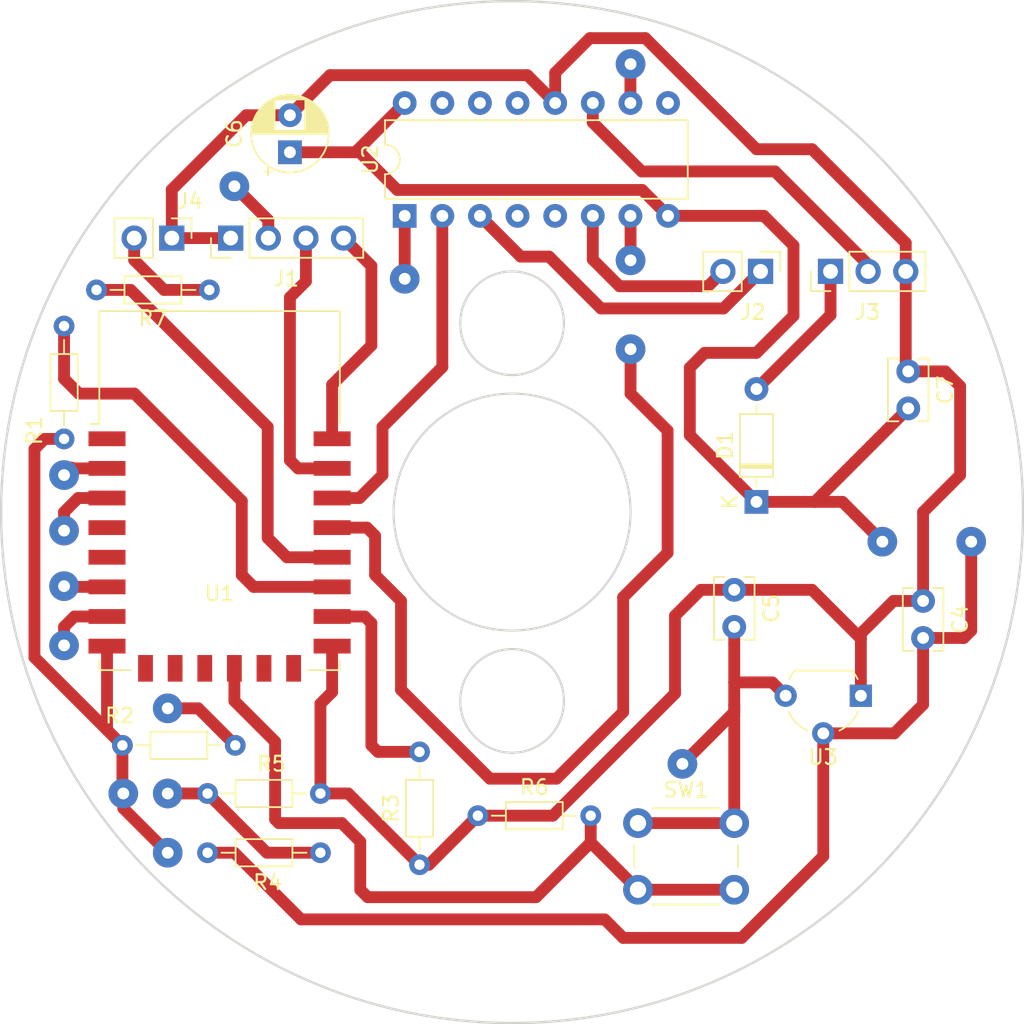
<source format=kicad_pcb>
(kicad_pcb (version 20211014) (generator pcbnew)
  (title_block (title "Automatisation lampe IKEA") (date "2021-12-26") (rev "1.1.3") (company "Maxime MAUCOURANT"))
  (layers (0 "F.Cu" signal) (31 "B.Cu" signal) (34 "B.Paste" user) (35 "F.Paste" user) (36 "B.SilkS" user "B.Silkscreen") (37 "F.SilkS" user "F.Silkscreen") (38 "B.Mask" user) (39 "F.Mask" user) (44 "Edge.Cuts" user))
  (net 0 "")
  (net 1 "GND")
  (net 2 "+5V")
  (net 3 "+3V3")
  (net 4 "Net-(J4-Pad2)")
  (net 5 "Net-(J1-Pad3)")
  (net 6 "Net-(R2-Pad1)")
  (net 7 "Net-(R3-Pad2)")
  (net 8 "Net-(U1-Pad6)")
  (net 9 "Net-(J2-Pad2)")
  (net 10 "Net-(J2-Pad1)")
  (net 11 "Net-(U1-Pad7)")
  (net 15 "Net-(D1-Pad2)")
  (net 17 "Net-(U1-Pad19)")
  (net 18 "Net-(U1-Pad20)")
  (net 19 "Net-(J3-Pad2)")
  (net 23 "Net-(R1-Pad1)")
  (net 30 "Net-(R4-Pad1)")
  (net 31 "Net-(U1-Pad12)")
  (net 32 "Net-(R7-Pad2)")
  (net 33 "unconnected-(U1-Pad1)")
  (net 34 "Net-(J1-Pad4)")
  (footprint "Connector_PinHeader_2.54mm:PinHeader_1x03_P2.54mm_Vertical" (layer "F.Cu") (at 171.5 82.25 90)
    (fp_text reference "J3" (at -2.75 2.5) (layer "F.SilkS"))
    (fp_text value "Conn_Power&Relay")
    (fp_line (start -1.33 -1.33) (end 0 -1.33) (layer "F.SilkS") (width 0.12))
    (fp_line (start -1.33 0) (end -1.33 -1.33) (layer "F.SilkS") (width 0.12))
    (fp_line (start -1.33 1.27) (end -1.33 6.41) (layer "F.SilkS") (width 0.12))
    (fp_line (start -1.33 1.27) (end 1.33 1.27) (layer "F.SilkS") (width 0.12))
    (fp_line (start -1.33 6.41) (end 1.33 6.41) (layer "F.SilkS") (width 0.12))
    (fp_line (start 1.33 1.27) (end 1.33 6.41) (layer "F.SilkS") (width 0.12))
    (pad "1" thru_hole rect locked (at 0 0 90) (size 1.7 1.7) (drill 1) (layers *.Cu *.Mask) (net 15 "Net-(D1-Pad2)"))
    (pad "2" thru_hole oval locked (at 0 2.54 90) (size 1.7 1.7) (drill 1) (layers *.Cu *.Mask) (net 19 "Net-(J3-Pad2)"))
    (pad "3" thru_hole oval locked (at 0 5.08 90) (size 1.7 1.7) (drill 1) (layers *.Cu *.Mask) (net 1 "GND"))
  )
  (footprint "Capacitor_THT:C_Rect_L4.0mm_W2.5mm_P2.50mm" (layer "F.Cu") (at 177.75 104.5 -90)
    (fp_text reference "C4" (at 1.25 -2.5 90) (layer "F.SilkS"))
    (fp_text value "1uF")
    (fp_line (start -0.87 -1.37) (end 3.37 -1.37) (layer "F.SilkS") (width 0.12))
    (fp_line (start -0.87 1.37) (end 3.37 1.37) (layer "F.SilkS") (width 0.12))
    (fp_line (start -0.87 0.665) (end -0.87 1.37) (layer "F.SilkS") (width 0.12))
    (fp_line (start 3.37 0.665) (end 3.37 1.37) (layer "F.SilkS") (width 0.12))
    (fp_line (start -0.87 -1.37) (end -0.87 -0.665) (layer "F.SilkS") (width 0.12))
    (fp_line (start 3.37 -1.37) (end 3.37 -0.665) (layer "F.SilkS") (width 0.12))
    (pad "1" thru_hole circle locked (at 0 0 270) (size 1.6 1.6) (drill 0.8) (layers *.Cu *.Mask) (net 1 "GND"))
    (pad "2" thru_hole circle locked (at 2.5 0 270) (size 1.6 1.6) (drill 0.8) (layers *.Cu *.Mask) (net 2 "+5V"))
  )
  (footprint "Capacitor_THT:C_Rect_L4.0mm_W2.5mm_P2.50mm" (layer "F.Cu") (at 165 103.75 -90)
    (fp_text reference "C5" (at 1.25 -2.5 90) (layer "F.SilkS"))
    (fp_text value "1uF")
    (fp_line (start 3.37 -1.37) (end 3.37 -0.665) (layer "F.SilkS") (width 0.12))
    (fp_line (start -0.87 1.37) (end 3.37 1.37) (layer "F.SilkS") (width 0.12))
    (fp_line (start -0.87 0.665) (end -0.87 1.37) (layer "F.SilkS") (width 0.12))
    (fp_line (start -0.87 -1.37) (end -0.87 -0.665) (layer "F.SilkS") (width 0.12))
    (fp_line (start -0.87 -1.37) (end 3.37 -1.37) (layer "F.SilkS") (width 0.12))
    (fp_line (start 3.37 0.665) (end 3.37 1.37) (layer "F.SilkS") (width 0.12))
    (pad "1" thru_hole circle locked (at 0 0 270) (size 1.6 1.6) (drill 0.8) (layers *.Cu *.Mask) (net 1 "GND"))
    (pad "2" thru_hole circle locked (at 2.5 0 270) (size 1.6 1.6) (drill 0.8) (layers *.Cu *.Mask) (net 3 "+3V3"))
  )
  (footprint "Connector_PinHeader_2.54mm:PinHeader_1x02_P2.54mm_Vertical" (layer "F.Cu") (at 166.775 82.25 -90)
    (fp_text reference "J2" (at 2.75 0.525) (layer "F.SilkS"))
    (fp_text value "Conn_Motor")
    (fp_line (start -1.33 1.27) (end -1.33 3.87) (layer "F.SilkS") (width 0.12))
    (fp_line (start -1.33 3.87) (end 1.33 3.87) (layer "F.SilkS") (width 0.12))
    (fp_line (start -1.33 0) (end -1.33 -1.33) (layer "F.SilkS") (width 0.12))
    (fp_line (start 1.33 1.27) (end 1.33 3.87) (layer "F.SilkS") (width 0.12))
    (fp_line (start -1.33 1.27) (end 1.33 1.27) (layer "F.SilkS") (width 0.12))
    (fp_line (start -1.33 -1.33) (end 0 -1.33) (layer "F.SilkS") (width 0.12))
    (pad "1" thru_hole rect locked (at 0 0 270) (size 1.7 1.7) (drill 1) (layers *.Cu *.Mask) (net 10 "Net-(J2-Pad1)"))
    (pad "2" thru_hole oval locked (at 0 2.54 270) (size 1.7 1.7) (drill 1) (layers *.Cu *.Mask) (net 9 "Net-(J2-Pad2)"))
  )
  (footprint "Package_DIP:DIP-16_W7.62mm" (layer "F.Cu") (at 142.75 78.5 90)
    (fp_text reference "U2" (at 3.81 -2.33 90) (layer "F.SilkS"))
    (fp_text value "L293D")
    (fp_line (start 6.46 19.11) (end 6.46 -1.33) (layer "F.SilkS") (width 0.12))
    (fp_line (start 1.16 19.11) (end 6.46 19.11) (layer "F.SilkS") (width 0.12))
    (fp_line (start 1.16 -1.33) (end 1.16 19.11) (layer "F.SilkS") (width 0.12))
    (fp_line (start 6.46 -1.33) (end 4.81 -1.33) (layer "F.SilkS") (width 0.12))
    (fp_line (start 2.81 -1.33) (end 1.16 -1.33) (layer "F.SilkS") (width 0.12))
    (fp_arc (start 4.81 -1.33) (mid 3.81 -0.33) (end 2.81 -1.33) (layer "F.SilkS") (width 0.12))
    (pad "1" thru_hole rect locked (at 0 0 90) (size 1.6 1.6) (drill 0.8) (layers *.Cu *.Mask) (net 8 "Net-(U1-Pad6)"))
    (pad "2" thru_hole oval locked (at 0 2.54 90) (size 1.6 1.6) (drill 0.8) (layers *.Cu *.Mask) (net 18 "Net-(U1-Pad20)"))
    (pad "3" thru_hole oval locked (at 0 5.08 90) (size 1.6 1.6) (drill 0.8) (layers *.Cu *.Mask) (net 10 "Net-(J2-Pad1)"))
    (pad "4" thru_hole oval locked (at 0 7.62 90) (size 1.6 1.6) (drill 0.8) (layers *.Cu *.Mask))
    (pad "5" thru_hole oval locked (at 0 10.16 90) (size 1.6 1.6) (drill 0.8) (layers *.Cu *.Mask))
    (pad "6" thru_hole oval locked (at 0 12.7 90) (size 1.6 1.6) (drill 0.8) (layers *.Cu *.Mask) (net 9 "Net-(J2-Pad2)"))
    (pad "7" thru_hole oval locked (at 0 15.24 90) (size 1.6 1.6) (drill 0.8) (layers *.Cu *.Mask) (net 17 "Net-(U1-Pad19)"))
    (pad "8" thru_hole oval locked (at 0 17.78 90) (size 1.6 1.6) (drill 0.8) (layers *.Cu *.Mask) (net 2 "+5V"))
    (pad "9" thru_hole oval locked (at 7.62 17.78 90) (size 1.6 1.6) (drill 0.8) (layers *.Cu *.Mask))
    (pad "10" thru_hole oval locked (at 7.62 15.24 90) (size 1.6 1.6) (drill 0.8) (layers *.Cu *.Mask) (net 11 "Net-(U1-Pad7)"))
    (pad "11" thru_hole oval locked (at 7.62 12.7 90) (size 1.6 1.6) (drill 0.8) (layers *.Cu *.Mask) (net 19 "Net-(J3-Pad2)"))
    (pad "12" thru_hole oval locked (at 7.62 10.16 90) (size 1.6 1.6) (drill 0.8) (layers *.Cu *.Mask) (net 1 "GND"))
    (pad "13" thru_hole oval locked (at 7.62 7.62 90) (size 1.6 1.6) (drill 0.8) (layers *.Cu *.Mask))
    (pad "14" thru_hole oval locked (at 7.62 5.08 90) (size 1.6 1.6) (drill 0.8) (layers *.Cu *.Mask))
    (pad "15" thru_hole oval locked (at 7.62 2.54 90) (size 1.6 1.6) (drill 0.8) (layers *.Cu *.Mask))
    (pad "16" thru_hole oval locked (at 7.62 0 90) (size 1.6 1.6) (drill 0.8) (layers *.Cu *.Mask) (net 2 "+5V"))
  )
  (footprint "Package_TO_SOT_THT:TO-92L_Wide" (layer "F.Cu") (at 173.55 110.9 180)
    (fp_text reference "U3" (at 2.55 -4.15) (layer "F.SilkS"))
    (fp_text value "MCP1700")
    (fp_line (start 0.6 1.7) (end 4.45 1.7) (layer "F.SilkS") (width 0.12))
    (fp_arc (start 3.6 -2.35) (mid 4.351408 -1.834367) (end 4.876463 -1.089513) (layer "F.SilkS") (width 0.12))
    (fp_arc (start 0.6 1.7) (mid 0.389183 1.423933) (end 0.217369 1.122045) (layer "F.SilkS") (width 0.12))
    (fp_arc (start 0.192226 -1.094786) (mid 0.710119 -1.833613) (end 1.45 -2.35) (layer "F.SilkS") (width 0.12))
    (fp_arc (start 4.842383 1.112264) (mid 4.666594 1.419753) (end 4.45 1.7) (layer "F.SilkS") (width 0.12))
    (pad "1" thru_hole rect locked (at 0 0 180) (size 1.5 1.5) (drill 0.8) (layers *.Cu *.Mask) (net 1 "GND"))
    (pad "2" thru_hole circle locked (at 2.54 -2.54 180) (size 1.5 1.5) (drill 0.8) (layers *.Cu *.Mask) (net 2 "+5V"))
    (pad "3" thru_hole circle locked (at 5.08 0 180) (size 1.5 1.5) (drill 0.8) (layers *.Cu *.Mask) (net 3 "+3V3"))
  )
  (footprint "Diode_THT:D_DO-35_SOD27_P7.62mm_Horizontal" (layer "F.Cu") (at 166.5 97.81 90)
    (fp_text reference "D1" (at 3.81 -2.12 90) (layer "F.SilkS"))
    (fp_text value "1N4001")
    (fp_text user "K" (at 0 -1.8 90) (layer "F.SilkS"))
    (fp_line (start 5.93 -1.12) (end 1.69 -1.12) (layer "F.SilkS") (width 0.12))
    (fp_line (start 1.69 1.12) (end 5.93 1.12) (layer "F.SilkS") (width 0.12))
    (fp_line (start 5.93 1.12) (end 5.93 -1.12) (layer "F.SilkS") (width 0.12))
    (fp_line (start 2.29 -1.12) (end 2.29 1.12) (layer "F.SilkS") (width 0.12))
    (fp_line (start 6.58 0) (end 5.93 0) (layer "F.SilkS") (width 0.12))
    (fp_line (start 2.41 -1.12) (end 2.41 1.12) (layer "F.SilkS") (width 0.12))
    (fp_line (start 2.53 -1.12) (end 2.53 1.12) (layer "F.SilkS") (width 0.12))
    (fp_line (start 1.69 -1.12) (end 1.69 1.12) (layer "F.SilkS") (width 0.12))
    (fp_line (start 1.04 0) (end 1.69 0) (layer "F.SilkS") (width 0.12))
    (pad "1" thru_hole rect locked (at 0 0 90) (size 1.6 1.6) (drill 0.8) (layers *.Cu *.Mask) (net 2 "+5V"))
    (pad "2" thru_hole oval locked (at 7.62 0 90) (size 1.6 1.6) (drill 0.8) (layers *.Cu *.Mask) (net 15 "Net-(D1-Pad2)"))
  )
  (footprint "Button_Switch_THT:SW_PUSH_6mm_H4.3mm" (layer "F.Cu") (at 158.5 119.5)
    (fp_text reference "SW1" (at 3.25 -2.25) (layer "F.SilkS"))
    (fp_text value "SW_Reset")
    (fp_line (start 6.75 3) (end 6.75 1.5) (layer "F.SilkS") (width 0.12))
    (fp_line (start 1 5.5) (end 5.5 5.5) (layer "F.SilkS") (width 0.12))
    (fp_line (start 5.5 -1) (end 1 -1) (layer "F.SilkS") (width 0.12))
    (fp_line (start -0.25 1.5) (end -0.25 3) (layer "F.SilkS") (width 0.12))
    (pad "1" thru_hole circle locked (at 0 0 90) (size 2 2) (drill 1.1) (layers *.Cu *.Mask) (net 3 "+3V3"))
    (pad "1" thru_hole circle locked (at 6.5 0 90) (size 2 2) (drill 1.1) (layers *.Cu *.Mask) (net 3 "+3V3"))
    (pad "2" thru_hole circle locked (at 6.5 4.5 90) (size 2 2) (drill 1.1) (layers *.Cu *.Mask) (net 31 "Net-(U1-Pad12)"))
    (pad "2" thru_hole circle locked (at 0 4.5 90) (size 2 2) (drill 1.1) (layers *.Cu *.Mask) (net 31 "Net-(U1-Pad12)"))
  )
  (footprint "Connector_PinHeader_2.54mm:PinHeader_1x04_P2.54mm_Vertical" (layer "F.Cu") (at 131 80 90)
    (fp_text reference "J1" (at -2.75 3.75) (layer "F.SilkS"))
    (fp_text value "Conn_Prog")
    (fp_line (start -1.33 0) (end -1.33 -1.33) (layer "F.SilkS") (width 0.12))
    (fp_line (start -1.33 -1.33) (end 0 -1.33) (layer "F.SilkS") (width 0.12))
    (fp_line (start -1.33 1.27) (end 1.33 1.27) (layer "F.SilkS") (width 0.12))
    (fp_line (start -1.33 1.27) (end -1.33 8.95) (layer "F.SilkS") (width 0.12))
    (fp_line (start -1.33 8.95) (end 1.33 8.95) (layer "F.SilkS") (width 0.12))
    (fp_line (start 1.33 1.27) (end 1.33 8.95) (layer "F.SilkS") (width 0.12))
    (pad "1" thru_hole rect locked (at 0 0 90) (size 1.7 1.7) (drill 1) (layers *.Cu *.Mask) (net 1 "GND"))
    (pad "2" thru_hole oval locked (at 0 2.54 90) (size 1.7 1.7) (drill 1) (layers *.Cu *.Mask) (net 3 "+3V3"))
    (pad "3" thru_hole oval locked (at 0 5.08 90) (size 1.7 1.7) (drill 1) (layers *.Cu *.Mask) (net 5 "Net-(J1-Pad3)"))
    (pad "4" thru_hole oval locked (at 0 7.62 90) (size 1.7 1.7) (drill 1) (layers *.Cu *.Mask) (net 34 "Net-(J1-Pad4)"))
  )
  (footprint "Resistor_THT:R_Axial_DIN0204_L3.6mm_D1.6mm_P7.62mm_Horizontal" (layer "F.Cu") (at 129.56 83.5 180)
    (fp_text reference "R7" (at 3.81 -1.92) (layer "F.SilkS"))
    (fp_text value "10K")
    (fp_line (start 5.73 0.92) (end 5.73 -0.92) (layer "F.SilkS") (width 0.12))
    (fp_line (start 1.89 -0.92) (end 1.89 0.92) (layer "F.SilkS") (width 0.12))
    (fp_line (start 6.68 0) (end 5.73 0) (layer "F.SilkS") (width 0.12))
    (fp_line (start 1.89 0.92) (end 5.73 0.92) (layer "F.SilkS") (width 0.12))
    (fp_line (start 0.94 0) (end 1.89 0) (layer "F.SilkS") (width 0.12))
    (fp_line (start 5.73 -0.92) (end 1.89 -0.92) (layer "F.SilkS") (width 0.12))
    (pad "1" thru_hole circle locked (at 0 0 180) (size 1.4 1.4) (drill 0.7) (layers *.Cu *.Mask) (net 4 "Net-(J4-Pad2)"))
    (pad "2" thru_hole oval locked (at 7.62 0 180) (size 1.4 1.4) (drill 0.7) (layers *.Cu *.Mask) (net 32 "Net-(R7-Pad2)"))
  )
  (footprint "Resistor_THT:R_Axial_DIN0204_L3.6mm_D1.6mm_P7.62mm_Horizontal" (layer "F.Cu") (at 131.31 114.25 180)
    (fp_text reference "R2" (at 7.81 2) (layer "F.SilkS"))
    (fp_text value "10K")
    (fp_line (start 5.73 -0.92) (end 1.89 -0.92) (layer "F.SilkS") (width 0.12))
    (fp_line (start 5.73 0.92) (end 5.73 -0.92) (layer "F.SilkS") (width 0.12))
    (fp_line (start 1.89 0.92) (end 5.73 0.92) (layer "F.SilkS") (width 0.12))
    (fp_line (start 0.94 0) (end 1.89 0) (layer "F.SilkS") (width 0.12))
    (fp_line (start 1.89 -0.92) (end 1.89 0.92) (layer "F.SilkS") (width 0.12))
    (fp_line (start 6.68 0) (end 5.73 0) (layer "F.SilkS") (width 0.12))
    (pad "1" thru_hole circle locked (at 0 0 180) (size 1.4 1.4) (drill 0.7) (layers *.Cu *.Mask) (net 6 "Net-(R2-Pad1)"))
    (pad "2" thru_hole oval locked (at 7.62 0 180) (size 1.4 1.4) (drill 0.7) (layers *.Cu *.Mask) (net 3 "+3V3"))
  )
  (footprint "Capacitor_THT:CP_Radial_D5.0mm_P2.50mm" (layer "F.Cu") (at 135 74.205113 90)
    (fp_text reference "C6" (at 1.25 -3.75 90) (layer "F.SilkS"))
    (fp_text value "47uF")
    (fp_line (start 2.691 -2.149) (end 2.691 -1.04) (layer "F.SilkS") (width 0.12))
    (fp_line (start 1.49 1.04) (end 1.49 2.569) (layer "F.SilkS") (width 0.12))
    (fp_line (start 1.53 1.04) (end 1.53 2.565) (layer "F.SilkS") (width 0.12))
    (fp_line (start 1.57 -2.561) (end 1.57 -1.04) (layer "F.SilkS") (width 0.12))
    (fp_line (start 1.49 -2.569) (end 1.49 -1.04) (layer "F.SilkS") (width 0.12))
    (fp_line (start 2.171 1.04) (end 2.171 2.414) (layer "F.SilkS") (width 0.12))
    (fp_line (start 3.411 -1.443) (end 3.411 -1.04) (layer "F.SilkS") (width 0.12))
    (fp_line (start 1.93 1.04) (end 1.93 2.491) (layer "F.SilkS") (width 0.12))
    (fp_line (start 2.971 -1.937) (end 2.971 -1.04) (layer "F.SilkS") (width 0.12))
    (fp_line (start 3.051 -1.864) (end 3.051 -1.04) (layer "F.SilkS") (width 0.12))
    (fp_line (start 2.651 -2.175) (end 2.651 -1.04) (layer "F.SilkS") (width 0.12))
    (fp_line (start 1.25 -2.58) (end 1.25 2.58) (layer "F.SilkS") (width 0.12))
    (fp_line (start 3.291 1.04) (end 3.291 1.605) (layer "F.SilkS") (width 0.12))
    (fp_line (start 2.451 1.04) (end 2.451 2.29) (layer "F.SilkS") (width 0.12))
    (fp_line (start 2.491 1.04) (end 2.491 2.268) (layer "F.SilkS") (width 0.12))
    (fp_line (start 3.731 -0.805) (end 3.731 0.805) (layer "F.SilkS") (width 0.12))
    (fp_line (start 3.171 -1.743) (end 3.171 -1.04) (layer "F.SilkS") (width 0.12))
    (fp_line (start 3.251 1.04) (end 3.251 1.653) (layer "F.SilkS") (width 0.12))
    (fp_line (start 2.771 -2.095) (end 2.771 -1.04) (layer "F.SilkS") (width 0.12))
    (fp_line (start 3.411 1.04) (end 3.411 1.443) (layer "F.SilkS") (width 0.12))
    (fp_line (start 3.691 -0.915) (end 3.691 0.915) (layer "F.SilkS") (width 0.12))
    (fp_line (start 2.411 1.04) (end 2.411 2.31) (layer "F.SilkS") (width 0.12))
    (fp_line (start 1.971 1.04) (end 1.971 2.48) (layer "F.SilkS") (width 0.12))
    (fp_line (start 1.69 -2.543) (end 1.69 -1.04) (layer "F.SilkS") (width 0.12))
    (fp_line (start 2.091 -2.442) (end 2.091 -1.04) (layer "F.SilkS") (width 0.12))
    (fp_line (start 2.931 1.04) (end 2.931 1.971) (layer "F.SilkS") (width 0.12))
    (fp_line (start 2.531 -2.247) (end 2.531 -1.04) (layer "F.SilkS") (width 0.12))
    (fp_line (start 2.691 1.04) (end 2.691 2.149) (layer "F.SilkS") (width 0.12))
    (fp_line (start 3.011 1.04) (end 3.011 1.901) (layer "F.SilkS") (width 0.12))
    (fp_line (start 1.73 -2.536) (end 1.73 -1.04) (layer "F.SilkS") (width 0.12))
    (fp_line (start 2.131 -2.428) (end 2.131 -1.04) (layer "F.SilkS") (width 0.12))
    (fp_line (start 2.571 1.04) (end 2.571 2.224) (layer "F.SilkS") (width 0.12))
    (fp_line (start 3.451 1.04) (end 3.451 1.383) (layer "F.SilkS") (width 0.12))
    (fp_line (start 2.811 1.04) (end 2.811 2.065) (layer "F.SilkS") (width 0.12))
    (fp_line (start 2.051 -2.455) (end 2.051 -1.04) (layer "F.SilkS") (width 0.12))
    (fp_line (start 2.251 -2.382) (end 2.251 -1.04) (layer "F.SilkS") (width 0.12))
    (fp_line (start 2.491 -2.268) (end 2.491 -1.04) (layer "F.SilkS") (width 0.12))
    (fp_line (start 2.011 -2.468) (end 2.011 -1.04) (layer "F.SilkS") (width 0.12))
    (fp_line (start 3.371 1.04) (end 3.371 1.5) (layer "F.SilkS") (width 0.12))
    (fp_line (start 2.051 1.04) (end 2.051 2.455) (layer "F.SilkS") (width 0.12))
    (fp_line (start 2.891 1.04) (end 2.891 2.004) (layer "F.SilkS") (width 0.12))
    (fp_line (start 2.531 1.04) (end 2.531 2.247) (layer "F.SilkS") (width 0.12))
    (fp_line (start 1.65 -2.55) (end 1.65 -1.04) (layer "F.SilkS") (width 0.12))
    (fp_line (start 1.61 -2.556) (end 1.61 -1.04) (layer "F.SilkS") (width 0.12))
    (fp_line (start 2.771 1.04) (end 2.771 2.095) (layer "F.SilkS") (width 0.12))
    (fp_line (start 1.29 -2.58) (end 1.29 2.58) (layer "F.SilkS") (width 0.12))
    (fp_line (start 3.131 1.04) (end 3.131 1.785) (layer "F.SilkS") (width 0.12))
    (fp_line (start 1.69 1.04) (end 1.69 2.543) (layer "F.SilkS") (width 0.12))
    (fp_line (start -1.304775 -1.725) (end -1.304775 -1.225) (layer "F.SilkS") (width 0.12))
    (fp_line (start 2.331 -2.348) (end 2.331 -1.04) (layer "F.SilkS") (width 0.12))
    (fp_line (start 1.89 1.04) (end 1.89 2.501) (layer "F.SilkS") (width 0.12))
    (fp_line (start 3.211 -1.699) (end 3.211 -1.04) (layer "F.SilkS") (width 0.12))
    (fp_line (start 2.851 -2.035) (end 2.851 -1.04) (layer "F.SilkS") (width 0.12))
    (fp_line (start 2.211 -2.398) (end 2.211 -1.04) (layer "F.SilkS") (width 0.12))
    (fp_line (start 2.571 -2.224) (end 2.571 -1.04) (layer "F.SilkS") (width 0.12))
    (fp_line (start 3.811 -0.518) (end 3.811 0.518) (layer "F.SilkS") (width 0.12))
    (fp_line (start 3.131 -1.785) (end 3.131 -1.04) (layer "F.SilkS") (width 0.12))
    (fp_line (start 2.971 1.04) (end 2.971 1.937) (layer "F.SilkS") (width 0.12))
    (fp_line (start 2.371 1.04) (end 2.371 2.329) (layer "F.SilkS") (width 0.12))
    (fp_line (start 3.611 -1.098) (end 3.611 1.098) (layer "F.SilkS") (width 0.12))
    (fp_line (start 1.85 1.04) (end 1.85 2.511) (layer "F.SilkS") (width 0.12))
    (fp_line (start 1.37 -2.578) (end 1.37 2.578) (layer "F.SilkS") (width 0.12))
    (fp_line (start 1.73 1.04) (end 1.73 2.536) (layer "F.SilkS") (width 0.12))
    (fp_line (start 1.89 -2.501) (end 1.89 -1.04) (layer "F.SilkS") (width 0.12))
    (fp_line (start 2.291 1.04) (end 2.291 2.365) (layer "F.SilkS") (width 0.12))
    (fp_line (start 3.331 -1.554) (end 3.331 -1.04) (layer "F.SilkS") (width 0.12))
    (fp_line (start 2.731 1.04) (end 2.731 2.122) (layer "F.SilkS") (width 0.12))
    (fp_line (start 3.771 -0.677) (end 3.771 0.677) (layer "F.SilkS") (width 0.12))
    (fp_line (start 2.931 -1.971) (end 2.931 -1.04) (layer "F.SilkS") (width 0.12))
    (fp_line (start 2.011 1.04) (end 2.011 2.468) (layer "F.SilkS") (width 0.12))
    (fp_line (start 3.571 -1.178) (end 3.571 1.178) (layer "F.SilkS") (width 0.12))
    (fp_line (start 2.091 1.04) (end 2.091 2.442) (layer "F.SilkS") (width 0.12))
    (fp_line (start 3.851 -0.284) (end 3.851 0.284) (layer "F.SilkS") (width 0.12))
    (fp_line (start 3.491 1.04) (end 3.491 1.319) (layer "F.SilkS") (width 0.12))
    (fp_line (start 2.731 -2.122) (end 2.731 -1.04) (layer "F.SilkS") (width 0.12))
    (fp_line (start 3.371 -1.5) (end 3.371 -1.04) (layer "F.SilkS") (width 0.12))
    (fp_line (start 3.091 1.04) (end 3.091 1.826) (layer "F.SilkS") (width 0.12))
    (fp_line (start 2.651 1.04) (end 2.651 2.175) (layer "F.SilkS") (width 0.12))
    (fp_line (start -1.554775 -1.475) (end -1.054775 -1.475) (layer "F.SilkS") (width 0.12))
    (fp_line (start 2.411 -2.31) (end 2.411 -1.04) (layer "F.SilkS") (width 0.12))
    (fp_line (start 1.81 -2.52) (end 1.81 -1.04) (layer "F.SilkS") (width 0.12))
    (fp_line (start 1.65 1.04) (end 1.65 2.55) (layer "F.SilkS") (width 0.12))
    (fp_line (start 3.091 -1.826) (end 3.091 -1.04) (layer "F.SilkS") (width 0.12))
    (fp_line (start 3.211 1.04) (end 3.211 1.699) (layer "F.SilkS") (width 0.12))
    (fp_line (start 2.451 -2.29) (end 2.451 -1.04) (layer "F.SilkS") (width 0.12))
    (fp_line (start 2.131 1.04) (end 2.131 2.428) (layer "F.SilkS") (width 0.12))
    (fp_line (start 1.77 -2.528) (end 1.77 -1.04) (layer "F.SilkS") (width 0.12))
    (fp_line (start 2.171 -2.414) (end 2.171 -1.04) (layer "F.SilkS") (width 0.12))
    (fp_line (start 3.251 -1.653) (end 3.251 -1.04) (layer "F.SilkS") (width 0.12))
    (fp_line (start 3.051 1.04) (end 3.051 1.864) (layer "F.SilkS") (width 0.12))
    (fp_line (start 1.971 -2.48) (end 1.971 -1.04) (layer "F.SilkS") (width 0.12))
    (fp_line (start 2.291 -2.365) (end 2.291 -1.04) (layer "F.SilkS") (width 0.12))
    (fp_line (start 3.291 -1.605) (end 3.291 -1.04) (layer "F.SilkS") (width 0.12))
    (fp_line (start 3.531 1.04) (end 3.531 1.251) (layer "F.SilkS") (width 0.12))
    (fp_line (start 1.57 1.04) (end 1.57 2.561) (layer "F.SilkS") (width 0.12))
    (fp_line (start 2.331 1.04) (end 2.331 2.348) (layer "F.SilkS") (width 0.12))
    (fp_line (start 1.53 -2.565) (end 1.53 -1.04) (layer "F.SilkS") (width 0.12))
    (fp_line (start 1.77 1.04) (end 1.77 2.528) (layer "F.SilkS") (width 0.12))
    (fp_line (start 1.45 -2.573) (end 1.45 2.573) (layer "F.SilkS") (width 0.12))
    (fp_line (start 2.611 -2.2) (end 2.611 -1.04) (layer "F.SilkS") (width 0.12))
    (fp_line (start 3.331 1.04) (end 3.331 1.554) (layer "F.SilkS") (width 0.12))
    (fp_line (start 2.371 -2.329) (end 2.371 -1.04) (layer "F.SilkS") (width 0.12))
    (fp_line (start 2.811 -2.065) (end 2.811 -1.04) (layer "F.SilkS") (width 0.12))
    (fp_line (start 2.211 1.04) (end 2.211 2.398) (layer "F.SilkS") (width 0.12))
    (fp_line (start 3.451 -1.383) (end 3.451 -1.04) (layer "F.SilkS") (width 0.12))
    (fp_line (start 1.41 -2.576) (end 1.41 2.576) (layer "F.SilkS") (width 0.12))
    (fp_line (start 2.251 1.04) (end 2.251 2.382) (layer "F.SilkS") (width 0.12))
    (fp_line (start 3.651 -1.011) (end 3.651 1.011) (layer "F.SilkS") (width 0.12))
    (fp_line (start 2.891 -2.004) (end 2.891 -1.04) (layer "F.SilkS") (width 0.12))
    (fp_line (start 1.33 -2.579) (end 1.33 2.579) (layer "F.SilkS") (width 0.12))
    (fp_line (start 2.851 1.04) (end 2.851 2.035) (layer "F.SilkS") (width 0.12))
    (fp_line (start 1.85 -2.511) (end 1.85 -1.04) (layer "F.SilkS") (width 0.12))
    (fp_line (start 3.491 -1.319) (end 3.491 -1.04) (layer "F.SilkS") (width 0.12))
    (fp_line (start 1.93 -2.491) (end 1.93 -1.04) (layer "F.SilkS") (width 0.12))
    (fp_line (start 3.531 -1.251) (end 3.531 -1.04) (layer "F.SilkS") (width 0.12))
    (fp_line (start 1.61 1.04) (end 1.61 2.556) (layer "F.SilkS") (width 0.12))
    (fp_line (start 3.011 -1.901) (end 3.011 -1.04) (layer "F.SilkS") (width 0.12))
    (fp_line (start 1.81 1.04) (end 1.81 2.52) (layer "F.SilkS") (width 0.12))
    (fp_line (start 2.611 1.04) (end 2.611 2.2) (layer "F.SilkS") (width 0.12))
    (fp_line (start 3.171 1.04) (end 3.171 1.743) (layer "F.SilkS") (width 0.12))
    (fp_circle (center 1.25 0) (end 3.87 0) (layer "F.SilkS") (width 0.12) (fill none))
    (pad "1" thru_hole rect locked (at 0 0 90) (size 1.6 1.6) (drill 0.8) (layers *.Cu *.Mask) (net 2 "+5V"))
    (pad "2" thru_hole circle locked (at 2.5 0 90) (size 1.6 1.6) (drill 0.8) (layers *.Cu *.Mask) (net 1 "GND"))
  )
  (footprint "Resistor_THT:R_Axial_DIN0204_L3.6mm_D1.6mm_P7.62mm_Horizontal" (layer "F.Cu") (at 137.06 121.5 180)
    (fp_text reference "R4" (at 3.56 -2) (layer "F.SilkS"))
    (fp_text value "100K")
    (fp_line (start 1.89 -0.92) (end 1.89 0.92) (layer "F.SilkS") (width 0.12))
    (fp_line (start 5.73 0.92) (end 5.73 -0.92) (layer "F.SilkS") (width 0.12))
    (fp_line (start 0.94 0) (end 1.89 0) (layer "F.SilkS") (width 0.12))
    (fp_line (start 5.73 -0.92) (end 1.89 -0.92) (layer "F.SilkS") (width 0.12))
    (fp_line (start 6.68 0) (end 5.73 0) (layer "F.SilkS") (width 0.12))
    (fp_line (start 1.89 0.92) (end 5.73 0.92) (layer "F.SilkS") (width 0.12))
    (pad "1" thru_hole circle locked (at 0 0 180) (size 1.4 1.4) (drill 0.7) (layers *.Cu *.Mask) (net 30 "Net-(R4-Pad1)"))
    (pad "2" thru_hole oval locked (at 7.62 0 180) (size 1.4 1.4) (drill 0.7) (layers *.Cu *.Mask) (net 2 "+5V"))
  )
  (footprint "Resistor_THT:R_Axial_DIN0204_L3.6mm_D1.6mm_P7.62mm_Horizontal" (layer "F.Cu") (at 143.75 122.31 90)
    (fp_text reference "R3" (at 3.81 -1.92 90) (layer "F.SilkS"))
    (fp_text value "10K")
    (fp_line (start 0.94 0) (end 1.89 0) (layer "F.SilkS") (width 0.12))
    (fp_line (start 1.89 -0.92) (end 1.89 0.92) (layer "F.SilkS") (width 0.12))
    (fp_line (start 5.73 0.92) (end 5.73 -0.92) (layer "F.SilkS") (width 0.12))
    (fp_line (start 5.73 -0.92) (end 1.89 -0.92) (layer "F.SilkS") (width 0.12))
    (fp_line (start 6.68 0) (end 5.73 0) (layer "F.SilkS") (width 0.12))
    (fp_line (start 1.89 0.92) (end 5.73 0.92) (layer "F.SilkS") (width 0.12))
    (pad "1" thru_hole circle locked (at 0 0 90) (size 1.4 1.4) (drill 0.7) (layers *.Cu *.Mask) (net 1 "GND"))
    (pad "2" thru_hole oval locked (at 7.62 0 90) (size 1.4 1.4) (drill 0.7) (layers *.Cu *.Mask) (net 7 "Net-(R3-Pad2)"))
  )
  (footprint "Resistor_THT:R_Axial_DIN0204_L3.6mm_D1.6mm_P7.62mm_Horizontal" (layer "F.Cu") (at 137.06 117.5 180)
    (fp_text reference "R5" (at 3.31 2) (layer "F.SilkS"))
    (fp_text value "22K")
    (fp_line (start 5.73 -0.92) (end 1.89 -0.92) (layer "F.SilkS") (width 0.12))
    (fp_line (start 6.68 0) (end 5.73 0) (layer "F.SilkS") (width 0.12))
    (fp_line (start 1.89 0.92) (end 5.73 0.92) (layer "F.SilkS") (width 0.12))
    (fp_line (start 0.94 0) (end 1.89 0) (layer "F.SilkS") (width 0.12))
    (fp_line (start 1.89 -0.92) (end 1.89 0.92) (layer "F.SilkS") (width 0.12))
    (fp_line (start 5.73 0.92) (end 5.73 -0.92) (layer "F.SilkS") (width 0.12))
    (pad "1" thru_hole circle locked (at 0 0 180) (size 1.4 1.4) (drill 0.7) (layers *.Cu *.Mask) (net 1 "GND"))
    (pad "2" thru_hole oval locked (at 7.62 0 180) (size 1.4 1.4) (drill 0.7) (layers *.Cu *.Mask) (net 30 "Net-(R4-Pad1)"))
  )
  (footprint "Resistor_THT:R_Axial_DIN0204_L3.6mm_D1.6mm_P7.62mm_Horizontal" (layer "F.Cu") (at 119.75 85.94 -90)
    (fp_text reference "R1" (at 7.06 2 90) (layer "F.SilkS"))
    (fp_text value "10K")
    (fp_line (start 5.73 0.92) (end 5.73 -0.92) (layer "F.SilkS") (width 0.12))
    (fp_line (start 1.89 -0.92) (end 1.89 0.92) (layer "F.SilkS") (width 0.12))
    (fp_line (start 6.68 0) (end 5.73 0) (layer "F.SilkS") (width 0.12))
    (fp_line (start 5.73 -0.92) (end 1.89 -0.92) (layer "F.SilkS") (width 0.12))
    (fp_line (start 1.89 0.92) (end 5.73 0.92) (layer "F.SilkS") (width 0.12))
    (fp_line (start 0.94 0) (end 1.89 0) (layer "F.SilkS") (width 0.12))
    (pad "1" thru_hole circle locked (at 0 0 270) (size 1.4 1.4) (drill 0.7) (layers *.Cu *.Mask) (net 23 "Net-(R1-Pad1)"))
    (pad "2" thru_hole oval locked (at 7.62 0 270) (size 1.4 1.4) (drill 0.7) (layers *.Cu *.Mask) (net 3 "+3V3"))
  )
  (footprint "Capacitor_THT:C_Rect_L4.0mm_W2.5mm_P2.50mm" (layer "F.Cu") (at 176.75 89 -90)
    (fp_text reference "C7" (at 1.25 -2.5 90) (layer "F.SilkS"))
    (fp_text value "10uF")
    (fp_line (start -0.87 1.37) (end 3.37 1.37) (layer "F.SilkS") (width 0.12))
    (fp_line (start -0.87 -1.37) (end 3.37 -1.37) (layer "F.SilkS") (width 0.12))
    (fp_line (start -0.87 -1.37) (end -0.87 -0.665) (layer "F.SilkS") (width 0.12))
    (fp_line (start 3.37 -1.37) (end 3.37 -0.665) (layer "F.SilkS") (width 0.12))
    (fp_line (start -0.87 0.665) (end -0.87 1.37) (layer "F.SilkS") (width 0.12))
    (fp_line (start 3.37 0.665) (end 3.37 1.37) (layer "F.SilkS") (width 0.12))
    (pad "1" thru_hole circle locked (at 0 0 270) (size 1.6 1.6) (drill 0.8) (layers *.Cu *.Mask) (net 1 "GND"))
    (pad "2" thru_hole circle locked (at 2.5 0 270) (size 1.6 1.6) (drill 0.8) (layers *.Cu *.Mask) (net 2 "+5V"))
  )
  (footprint "Resistor_THT:R_Axial_DIN0204_L3.6mm_D1.6mm_P7.62mm_Horizontal" (layer "F.Cu") (at 147.69 119)
    (fp_text reference "R6" (at 3.81 -1.92) (layer "F.SilkS"))
    (fp_text value "10K")
    (fp_line (start 5.73 -0.92) (end 1.89 -0.92) (layer "F.SilkS") (width 0.12))
    (fp_line (start 0.94 0) (end 1.89 0) (layer "F.SilkS") (width 0.12))
    (fp_line (start 6.68 0) (end 5.73 0) (layer "F.SilkS") (width 0.12))
    (fp_line (start 1.89 0.92) (end 5.73 0.92) (layer "F.SilkS") (width 0.12))
    (fp_line (start 1.89 -0.92) (end 1.89 0.92) (layer "F.SilkS") (width 0.12))
    (fp_line (start 5.73 0.92) (end 5.73 -0.92) (layer "F.SilkS") (width 0.12))
    (pad "1" thru_hole circle locked (at 0 0) (size 1.4 1.4) (drill 0.7) (layers *.Cu *.Mask) (net 1 "GND"))
    (pad "2" thru_hole oval locked (at 7.62 0) (size 1.4 1.4) (drill 0.7) (layers *.Cu *.Mask) (net 31 "Net-(U1-Pad12)"))
  )
  (footprint "Connector_PinHeader_2.54mm:PinHeader_1x02_P2.54mm_Vertical" (layer "F.Cu") (at 127.025 80 -90)
    (fp_text reference "J4" (at -2.5 -1.225) (layer "F.SilkS"))
    (fp_text value "Conn_Flash")
    (fp_line (start -1.33 0) (end -1.33 -1.33) (layer "F.SilkS") (width 0.12))
    (fp_line (start -1.33 1.27) (end 1.33 1.27) (layer "F.SilkS") (width 0.12))
    (fp_line (start -1.33 3.87) (end 1.33 3.87) (layer "F.SilkS") (width 0.12))
    (fp_line (start 1.33 1.27) (end 1.33 3.87) (layer "F.SilkS") (width 0.12))
    (fp_line (start -1.33 -1.33) (end 0 -1.33) (layer "F.SilkS") (width 0.12))
    (fp_line (start -1.33 1.27) (end -1.33 3.87) (layer "F.SilkS") (width 0.12))
    (pad "1" thru_hole rect locked (at 0 0 270) (size 1.7 1.7) (drill 1) (layers *.Cu *.Mask) (net 1 "GND"))
    (pad "2" thru_hole oval locked (at 0 2.54 270) (size 1.7 1.7) (drill 1) (layers *.Cu *.Mask) (net 4 "Net-(J4-Pad2)"))
  )
  (footprint "RF_Module:ESP-12E" (layer "F.Cu") (at 130.25 97.05)
    (fp_text reference "U1" (at 0 6.95) (layer "F.SilkS"))
    (fp_text value "ESP-12E")
    (fp_line (start -6 12.12) (end -8.12 12.12) (layer "F.SilkS") (width 0.12))
    (fp_line (start -8.12 -12.12) (end 8.12 -12.12) (layer "F.SilkS") (width 0.12))
    (fp_line (start -8.12 12.12) (end -8.12 11.5) (layer "F.SilkS") (width 0.12))
    (fp_line (start 8.12 -12.12) (end 8.12 -4.5) (layer "F.SilkS") (width 0.12))
    (fp_line (start -8.12 -4.5) (end -8.73 -4.5) (layer "F.SilkS") (width 0.12))
    (fp_line (start 8.12 11.5) (end 8.12 12.12) (layer "F.SilkS") (width 0.12))
    (fp_line (start -8.12 -4.5) (end -8.12 -12.12) (layer "F.SilkS") (width 0.12))
    (fp_line (start 8.12 12.12) (end 6 12.12) (layer "F.SilkS") (width 0.12))
    (pad "1" smd rect locked (at -7.6 -3.5) (size 2.5 1) (layers "F.Cu" "F.Paste" "F.Mask") (net 33 "unconnected-(U1-Pad1)"))
    (pad "2" smd rect locked (at -7.6 -1.5) (size 2.5 1) (layers "F.Cu" "F.Paste" "F.Mask") (net 30 "Net-(R4-Pad1)"))
    (pad "3" smd rect locked (at -7.6 0.5) (size 2.5 1) (layers "F.Cu" "F.Paste" "F.Mask") (net 6 "Net-(R2-Pad1)"))
    (pad "4" smd rect locked (at -7.6 2.5) (size 2.5 1) (layers "F.Cu" "F.Paste" "F.Mask"))
    (pad "5" smd rect locked (at -7.6 4.5) (size 2.5 1) (layers "F.Cu" "F.Paste" "F.Mask"))
    (pad "6" smd rect locked (at -7.6 6.5) (size 2.5 1) (layers "F.Cu" "F.Paste" "F.Mask") (net 8 "Net-(U1-Pad6)"))
    (pad "7" smd rect locked (at -7.6 8.5) (size 2.5 1) (layers "F.Cu" "F.Paste" "F.Mask") (net 11 "Net-(U1-Pad7)"))
    (pad "8" smd rect locked (at -7.6 10.5) (size 2.5 1) (layers "F.Cu" "F.Paste" "F.Mask") (net 3 "+3V3"))
    (pad "9" smd rect locked (at -5 12) (size 1 1.8) (layers "F.Cu" "F.Paste" "F.Mask"))
    (pad "10" smd rect locked (at -3 12) (size 1 1.8) (layers "F.Cu" "F.Paste" "F.Mask"))
    (pad "11" smd rect locked (at -1 12) (size 1 1.8) (layers "F.Cu" "F.Paste" "F.Mask"))
    (pad "12" smd rect locked (at 1 12) (size 1 1.8) (layers "F.Cu" "F.Paste" "F.Mask") (net 31 "Net-(U1-Pad12)"))
    (pad "13" smd rect locked (at 3 12) (size 1 1.8) (layers "F.Cu" "F.Paste" "F.Mask"))
    (pad "14" smd rect locked (at 5 12) (size 1 1.8) (layers "F.Cu" "F.Paste" "F.Mask"))
    (pad "15" smd rect locked (at 7.6 10.5) (size 2.5 1) (layers "F.Cu" "F.Paste" "F.Mask") (net 1 "GND"))
    (pad "16" smd rect locked (at 7.6 8.5) (size 2.5 1) (layers "F.Cu" "F.Paste" "F.Mask") (net 7 "Net-(R3-Pad2)"))
    (pad "17" smd rect locked (at 7.6 6.5) (size 2.5 1) (layers "F.Cu" "F.Paste" "F.Mask") (net 23 "Net-(R1-Pad1)"))
    (pad "18" smd rect locked (at 7.6 4.5) (size 2.5 1) (layers "F.Cu" "F.Paste" "F.Mask") (net 32 "Net-(R7-Pad2)"))
    (pad "19" smd rect locked (at 7.6 2.5) (size 2.5 1) (layers "F.Cu" "F.Paste" "F.Mask") (net 17 "Net-(U1-Pad19)"))
    (pad "20" smd rect locked (at 7.6 0.5) (size 2.5 1) (layers "F.Cu" "F.Paste" "F.Mask") (net 18 "Net-(U1-Pad20)"))
    (pad "21" smd rect locked (at 7.6 -1.5) (size 2.5 1) (layers "F.Cu" "F.Paste" "F.Mask") (net 5 "Net-(J1-Pad3)"))
    (pad "22" smd rect locked (at 7.6 -3.5) (size 2.5 1) (layers "F.Cu" "F.Paste" "F.Mask") (net 34 "Net-(J1-Pad4)"))
  )
  (gr_circle (center 150 98.5) (end 184.5 98.5) (layer "Edge.Cuts") (width 0.15) (fill none))
  (gr_circle (center 150 85.75) (end 153.5 85.75) (layer "Edge.Cuts") (width 0.15) (fill none))
  (gr_circle (center 150 98.5) (end 184.5 98.5) (layer "Edge.Cuts") (width 0.15) (fill none))
  (gr_circle (center 150 98.5) (end 158 98.5) (layer "Edge.Cuts") (width 0.15) (fill none))
  (gr_circle (center 150 111.25) (end 153.5 111.25) (layer "Edge.Cuts") (width 0.15) (fill none))
  (segment (start 127.025 76.725) (end 132.044887 71.705113) (width 0.8) (layer "F.Cu") (net 1))
  (segment (start 176.58 80.33) (end 176.58 82.25) (width 0.8) (layer "F.Cu") (net 1))
  (segment (start 137.705113 69) (end 151.03 69) (width 0.8) (layer "F.Cu") (net 1))
  (segment (start 137.85 110.65) (end 137.06 111.44) (width 0.8) (layer "F.Cu") (net 1))
  (segment (start 176.58 88.83) (end 176.75 89) (width 0.8) (layer "F.Cu") (net 1))
  (segment (start 173.55 106.7) (end 173.55 107.05) (width 0.8) (layer "F.Cu") (net 1))
  (segment (start 159 66.5) (end 166.5 74) (width 0.8) (layer "F.Cu") (net 1))
  (segment (start 135 71.705113) (end 137.705113 69) (width 0.8) (layer "F.Cu") (net 1))
  (segment (start 155.25 66.5) (end 159 66.5) (width 0.8) (layer "F.Cu") (net 1))
  (segment (start 161 110.5) (end 161 105.5) (width 0.8) (layer "F.Cu") (net 1))
  (segment (start 137.06 117.5) (end 138.94 117.5) (width 0.8) (layer "F.Cu") (net 1))
  (segment (start 180.25 90) (end 180.25 96) (width 0.8) (layer "F.Cu") (net 1))
  (segment (start 132.044887 71.705113) (end 135 71.705113) (width 0.8) (layer "F.Cu") (net 1))
  (segment (start 127.025 80) (end 131 80) (width 0.8) (layer "F.Cu") (net 1))
  (segment (start 170.25 74) (end 176.58 80.33) (width 0.8) (layer "F.Cu") (net 1))
  (segment (start 173.55 107.05) (end 173.55 110.9) (width 0.8) (layer "F.Cu") (net 1))
  (segment (start 170.25 103.75) (end 173.55 107.05) (width 0.8) (layer "F.Cu") (net 1))
  (segment (start 152.75 119) (end 161 110.75) (width 0.8) (layer "F.Cu") (net 1))
  (segment (start 161 105.5) (end 162.75 103.75) (width 0.8) (layer "F.Cu") (net 1))
  (segment (start 179.25 89) (end 180.25 90) (width 0.8) (layer "F.Cu") (net 1))
  (segment (start 147.69 119) (end 152.75 119) (width 0.8) (layer "F.Cu") (net 1))
  (segment (start 161 110.75) (end 161 110.5) (width 0.8) (layer "F.Cu") (net 1))
  (segment (start 165 103.75) (end 170.25 103.75) (width 0.8) (layer "F.Cu") (net 1))
  (segment (start 137.06 111.44) (end 137.06 117.5) (width 0.8) (layer "F.Cu") (net 1))
  (segment (start 138.94 117.5) (end 143.75 122.31) (width 0.8) (layer "F.Cu") (net 1))
  (segment (start 151.03 69) (end 152.91 70.88) (width 0.8) (layer "F.Cu") (net 1))
  (segment (start 137.85 107.55) (end 138.3 107.55) (width 0.8) (layer "F.Cu") (net 1))
  (segment (start 166.5 74) (end 170.25 74) (width 0.8) (layer "F.Cu") (net 1))
  (segment (start 162.75 103.75) (end 165 103.75) (width 0.8) (layer "F.Cu") (net 1))
  (segment (start 152.91 70.88) (end 152.91 68.84) (width 0.8) (layer "F.Cu") (net 1))
  (segment (start 176.75 89) (end 179.25 89) (width 0.8) (layer "F.Cu") (net 1))
  (segment (start 152.91 68.84) (end 155.25 66.5) (width 0.8) (layer "F.Cu") (net 1))
  (segment (start 180.25 96) (end 177.75 98.5) (width 0.8) (layer "F.Cu") (net 1))
  (segment (start 137.85 107.55) (end 137.85 110.65) (width 0.8) (layer "F.Cu") (net 1))
  (segment (start 143.75 122.31) (end 144.38 122.31) (width 0.8) (layer "F.Cu") (net 1))
  (segment (start 144.38 122.31) (end 147.69 119) (width 0.8) (layer "F.Cu") (net 1))
  (segment (start 127.025 80) (end 127.025 76.725) (width 0.8) (layer "F.Cu") (net 1))
  (segment (start 177.75 104.5) (end 175.75 104.5) (width 0.8) (layer "F.Cu") (net 1))
  (segment (start 177.75 98.5) (end 177.75 104.5) (width 0.8) (layer "F.Cu") (net 1))
  (segment (start 176.58 82.25) (end 176.58 88.83) (width 0.8) (layer "F.Cu") (net 1))
  (segment (start 175.75 104.5) (end 173.55 106.7) (width 0.8) (layer "F.Cu") (net 1))
  (segment (start 175.81 113.44) (end 171.01 113.44) (width 0.8) (layer "F.Cu") (net 2))
  (segment (start 163 87.75) (end 162 88.75) (width 0.8) (layer "F.Cu") (net 2))
  (segment (start 142.25 76.75) (end 158.78 76.75) (width 0.8) (layer "F.Cu") (net 2))
  (segment (start 169 80.5) (end 169 85.25) (width 0.8) (layer "F.Cu") (net 2))
  (segment (start 177.75 111.5) (end 175.81 113.44) (width 0.8) (layer "F.Cu") (net 2))
  (segment (start 166.5 97.81) (end 170.44 97.81) (width 0.8) (layer "F.Cu") (net 2))
  (segment (start 162 88.75) (end 162 93.31) (width 0.8) (layer "F.Cu") (net 2))
  (segment (start 169 85.25) (end 166.5 87.75) (width 0.8) (layer "F.Cu") (net 2))
  (segment (start 157.5 127.25) (end 165.5 127.25) (width 0.8) (layer "F.Cu") (net 2))
  (segment (start 135.75 126) (end 156.25 126) (width 0.8) (layer "F.Cu") (net 2))
  (segment (start 135 74.205113) (end 139.424887 74.205113) (width 0.8) (layer "F.Cu") (net 2))
  (segment (start 171.01 121.74) (end 171.01 113.44) (width 0.8) (layer "F.Cu") (net 2))
  (segment (start 166.5 87.75) (end 163 87.75) (width 0.8) (layer "F.Cu") (net 2))
  (segment (start 165.5 127.25) (end 171.01 121.74) (width 0.8) (layer "F.Cu") (net 2))
  (segment (start 131.25 121.5) (end 135.75 126) (width 0.8) (layer "F.Cu") (net 2))
  (segment (start 129.44 121.5) (end 131.25 121.5) (width 0.8) (layer "F.Cu") (net 2))
  (segment (start 160.53 78.5) (end 167 78.5) (width 0.8) (layer "F.Cu") (net 2))
  (segment (start 162 93.31) (end 166.5 97.81) (width 0.8) (layer "F.Cu") (net 2))
  (segment (start 170.44 97.81) (end 176.75 91.5) (width 0.8) (layer "F.Cu") (net 2))
  (segment (start 172.31 97.81) (end 175 100.5) (width 0.8) (layer "F.Cu") (net 2))
  (segment (start 170.44 97.81) (end 172.31 97.81) (width 0.8) (layer "F.Cu") (net 2))
  (segment (start 181 106.5) (end 181 100.5) (width 0.8) (layer "F.Cu") (net 2))
  (segment (start 156.25 126) (end 157.5 127.25) (width 0.8) (layer "F.Cu") (net 2))
  (segment (start 139.565 74.065) (end 142.25 76.75) (width 0.8) (layer "F.Cu") (net 2))
  (segment (start 180.5 107) (end 181 106.5) (width 0.8) (layer "F.Cu") (net 2))
  (segment (start 177.75 107) (end 180.5 107) (width 0.8) (layer "F.Cu") (net 2))
  (segment (start 158.78 76.75) (end 160.53 78.5) (width 0.8) (layer "F.Cu") (net 2))
  (segment (start 139.565 74.065) (end 142.75 70.88) (width 0.8) (layer "F.Cu") (net 2))
  (segment (start 139.424887 74.205113) (end 139.565 74.065) (width 0.8) (layer "F.Cu") (net 2))
  (segment (start 177.75 107) (end 177.75 111.5) (width 0.8) (layer "F.Cu") (net 2))
  (segment (start 167 78.5) (end 169 80.5) (width 0.8) (layer "F.Cu") (net 2))
  (via (at 175 100.5) (size 2) (drill 0.8) (layers "F.Cu" "B.Cu") (net 2))
  (via (at 181 100.5) (size 2) (drill 0.8) (layers "F.Cu" "B.Cu") (net 2))
  (segment (start 161.5 115.5) (end 165 112) (width 0.8) (layer "F.Cu") (net 3))
  (segment (start 165 112.25) (end 165 111.5) (width 0.8) (layer "F.Cu") (net 3))
  (segment (start 123.75 117.5) (end 123.75 118.5) (width 0.8) (layer "F.Cu") (net 3))
  (segment (start 165 112) (end 165 111.5) (width 0.8) (layer "F.Cu") (net 3))
  (segment (start 119.75 93.56) (end 118.44 93.56) (width 0.8) (layer "F.Cu") (net 3))
  (segment (start 117.75 108.31) (end 122.65 113.21) (width 0.8) (layer "F.Cu") (net 3))
  (segment (start 117.75 94.25) (end 117.75 108.31) (width 0.8) (layer "F.Cu") (net 3))
  (segment (start 133.54 78.79) (end 131.25 76.5) (width 0.8) (layer "F.Cu") (net 3))
  (segment (start 133.54 80) (end 133.54 78.79) (width 0.8) (layer "F.Cu") (net 3))
  (segment (start 165 106.25) (end 165 107.43) (width 0.8) (layer "F.Cu") (net 3))
  (segment (start 165 110) (end 165 107.43) (width 0.8) (layer "F.Cu") (net 3))
  (segment (start 122.65 107.55) (end 122.65 113.21) (width 0.8) (layer "F.Cu") (net 3))
  (segment (start 165 119.5) (end 165 112.25) (width 0.8) (layer "F.Cu") (net 3))
  (segment (start 167.57 110) (end 165 110) (width 0.8) (layer "F.Cu") (net 3))
  (segment (start 118.44 93.56) (end 117.75 94.25) (width 0.8) (layer "F.Cu") (net 3))
  (segment (start 123.69 114.25) (end 123.69 117.44) (width 0.8) (layer "F.Cu") (net 3))
  (segment (start 123.69 117.44) (end 123.75 117.5) (width 0.8) (layer "F.Cu") (net 3))
  (segment (start 123.75 118.5) (end 126.75 121.5) (width 0.8) (layer "F.Cu") (net 3))
  (segment (start 122.65 113.21) (end 123.69 114.25) (width 0.8) (layer "F.Cu") (net 3))
  (segment (start 168.47 110.9) (end 167.57 110) (width 0.8) (layer "F.Cu") (net 3))
  (segment (start 158.5 119.5) (end 165 119.5) (width 0.8) (layer "F.Cu") (net 3))
  (segment (start 165 111.5) (end 165 110) (width 0.8) (layer "F.Cu") (net 3))
  (via (at 161.5 115.5) (size 2) (drill 0.8) (layers "F.Cu" "B.Cu") (net 3))
  (via (at 126.75 121.5) (size 2) (drill 0.8) (layers "F.Cu" "B.Cu") (net 3))
  (via (at 131.25 76.5) (size 2) (drill 0.8) (layers "F.Cu" "B.Cu") (net 3))
  (via (at 123.75 117.5) (size 2) (drill 0.8) (layers "F.Cu" "B.Cu") (net 3))
  (segment (start 126.5 83.5) (end 129.56 83.5) (width 0.8) (layer "F.Cu") (net 4))
  (segment (start 124.485 81.485) (end 126.5 83.5) (width 0.8) (layer "F.Cu") (net 4))
  (segment (start 124.485 80) (end 124.485 81.485) (width 0.8) (layer "F.Cu") (net 4))
  (segment (start 135 84) (end 136.08 82.92) (width 0.8) (layer "F.Cu") (net 5))
  (segment (start 136.08 82.92) (end 136.08 80) (width 0.8) (layer "F.Cu") (net 5))
  (segment (start 137.85 95.55) (end 135.55 95.55) (width 0.8) (layer "F.Cu") (net 5))
  (segment (start 135.55 95.55) (end 135 95) (width 0.8) (layer "F.Cu") (net 5))
  (segment (start 135 95) (end 135 84) (width 0.8) (layer "F.Cu") (net 5))
  (segment (start 126.75 111.75) (end 128.81 111.75) (width 0.8) (layer "F.Cu") (net 6))
  (segment (start 119.75 98.5) (end 120.7 97.55) (width 0.8) (layer "F.Cu") (net 6))
  (segment (start 128.81 111.75) (end 131.31 114.25) (width 0.8) (layer "F.Cu") (net 6))
  (segment (start 119.75 99.75) (end 119.75 98.5) (width 0.8) (layer "F.Cu") (net 6))
  (segment (start 120.7 97.55) (end 122.65 97.55) (width 0.8) (layer "F.Cu") (net 6))
  (via (at 126.75 111.75) (size 2) (drill 0.8) (layers "F.Cu" "B.Cu") (net 6))
  (via (at 119.75 99.75) (size 2) (drill 0.8) (layers "F.Cu" "B.Cu") (net 6))
  (segment (start 137.85 105.55) (end 140.05 105.55) (width 0.8) (layer "F.Cu") (net 7))
  (segment (start 140.5 106) (end 140.5 114.25) (width 0.8) (layer "F.Cu") (net 7))
  (segment (start 140.94 114.69) (end 143.75 114.69) (width 0.8) (layer "F.Cu") (net 7))
  (segment (start 140.05 105.55) (end 140.5 106) (width 0.8) (layer "F.Cu") (net 7))
  (segment (start 140.5 114.25) (end 140.94 114.69) (width 0.8) (layer "F.Cu") (net 7))
  (segment (start 122.6 103.5) (end 122.65 103.55) (width 0.8) (layer "F.Cu") (net 8))
  (segment (start 119.8 103.55) (end 119.75 103.5) (width 0.8) (layer "F.Cu") (net 8))
  (segment (start 142.75 82.75) (end 142.75 78.5) (width 0.8) (layer "F.Cu") (net 8))
  (segment (start 122.65 103.55) (end 119.8 103.55) (width 0.8) (layer "F.Cu") (net 8))
  (via (at 142.75 82.75) (size 2) (drill 0.8) (layers "F.Cu" "B.Cu") (net 8))
  (via (at 119.75 103.5) (size 2) (drill 0.8) (layers "F.Cu" "B.Cu") (net 8))
  (segment (start 163.235 83.25) (end 164.235 82.25) (width 0.8) (layer "F.Cu") (net 9))
  (segment (start 155.45 81.45) (end 157.25 83.25) (width 0.8) (layer "F.Cu") (net 9))
  (segment (start 157.25 83.25) (end 163.235 83.25) (width 0.8) (layer "F.Cu") (net 9))
  (segment (start 155.45 78.5) (end 155.45 81.45) (width 0.8) (layer "F.Cu") (net 9))
  (segment (start 152.5 81.25) (end 150.58 81.25) (width 0.8) (layer "F.Cu") (net 10))
  (segment (start 150.58 81.25) (end 147.83 78.5) (width 0.8) (layer "F.Cu") (net 10))
  (segment (start 156 84.75) (end 152.5 81.25) (width 0.8) (layer "F.Cu") (net 10))
  (segment (start 164.275 84.75) (end 166.775 82.25) (width 0.8) (layer "F.Cu") (net 10))
  (segment (start 156 84.75) (end 164.275 84.75) (width 0.8) (layer "F.Cu") (net 10))
  (segment (start 119.75 107.5) (end 119.75 106.25) (width 0.8) (layer "F.Cu") (net 11))
  (segment (start 120.45 105.55) (end 122.65 105.55) (width 0.8) (layer "F.Cu") (net 11))
  (segment (start 122.6 105.5) (end 122.65 105.55) (width 0.8) (layer "F.Cu") (net 11))
  (segment (start 157.99 68.26) (end 158 68.25) (width 0.8) (layer "F.Cu") (net 11))
  (segment (start 157.99 70.88) (end 157.99 68.26) (width 0.8) (layer "F.Cu") (net 11))
  (segment (start 119.75 106.25) (end 120.45 105.55) (width 0.8) (layer "F.Cu") (net 11))
  (via (at 158 68.25) (size 2) (drill 0.8) (layers "F.Cu" "B.Cu") (net 11))
  (via (at 119.75 107.5) (size 2) (drill 0.8) (layers "F.Cu" "B.Cu") (net 11))
  (segment (start 171.38 82.25) (end 171.5 82.25) (width 0.8) (layer "F.Cu") (net 15))
  (segment (start 166.5 90.19) (end 171.5 85.19) (width 0.8) (layer "F.Cu") (net 15))
  (segment (start 171.5 85.19) (end 171.5 82.25) (width 0.8) (layer "F.Cu") (net 15))
  (segment (start 142.5 110.5) (end 142.5 104.5) (width 0.8) (layer "F.Cu") (net 17))
  (segment (start 160.5 101.25) (end 157.5 104.25) (width 0.8) (layer "F.Cu") (net 17))
  (segment (start 157.5 104.25) (end 157.5 112) (width 0.8) (layer "F.Cu") (net 17))
  (segment (start 158 78.51) (end 157.99 78.5) (width 0.8) (layer "F.Cu") (net 17))
  (segment (start 158 81.5) (end 158 78.51) (width 0.8) (layer "F.Cu") (net 17))
  (segment (start 153 116.5) (end 148.5 116.5) (width 0.8) (layer "F.Cu") (net 17))
  (segment (start 157.5 112) (end 153 116.5) (width 0.8) (layer "F.Cu") (net 17))
  (segment (start 158 87.5) (end 158 90.5) (width 0.8) (layer "F.Cu") (net 17))
  (segment (start 148.5 116.5) (end 142.5 110.5) (width 0.8) (layer "F.Cu") (net 17))
  (segment (start 137.85 99.55) (end 138.6 99.55) (width 0.8) (layer "F.Cu") (net 17))
  (segment (start 140.2 99.55) (end 137.85 99.55) (width 0.8) (layer "F.Cu") (net 17))
  (segment (start 142.5 104.5) (end 140.75 102.75) (width 0.8) (layer "F.Cu") (net 17))
  (segment (start 160.5 93) (end 160.5 101.25) (width 0.8) (layer "F.Cu") (net 17))
  (segment (start 140.75 100.1) (end 140.2 99.55) (width 0.8) (layer "F.Cu") (net 17))
  (segment (start 158 90.5) (end 160.5 93) (width 0.8) (layer "F.Cu") (net 17))
  (segment (start 140.75 102.75) (end 140.75 100.1) (width 0.8) (layer "F.Cu") (net 17))
  (via (at 158 81.5) (size 2) (drill 0.8) (layers "F.Cu" "B.Cu") (net 17))
  (via (at 158 87.5) (size 2) (drill 0.8) (layers "F.Cu" "B.Cu") (net 17))
  (segment (start 141.25 92.75) (end 145.29 88.71) (width 0.8) (layer "F.Cu") (net 18))
  (segment (start 141.25 96) (end 141.25 92.75) (width 0.8) (layer "F.Cu") (net 18))
  (segment (start 145.29 88.71) (end 145.29 78.5) (width 0.8) (layer "F.Cu") (net 18))
  (segment (start 137.85 97.55) (end 139.7 97.55) (width 0.8) (layer "F.Cu") (net 18))
  (segment (start 139.7 97.55) (end 141.25 96) (width 0.8) (layer "F.Cu") (net 18))
  (segment (start 158.75 75.5) (end 167.75 75.5) (width 0.8) (layer "F.Cu") (net 19))
  (segment (start 155.45 72.2) (end 158.75 75.5) (width 0.8) (layer "F.Cu") (net 19))
  (segment (start 155.45 70.88) (end 155.45 72.2) (width 0.8) (layer "F.Cu") (net 19))
  (segment (start 174.04 81.79) (end 174.04 82.25) (width 0.8) (layer "F.Cu") (net 19))
  (segment (start 167.75 75.5) (end 174.04 81.79) (width 0.8) (layer "F.Cu") (net 19))
  (segment (start 119.75 89.5) (end 120.75 90.5) (width 0.8) (layer "F.Cu") (net 23))
  (segment (start 124.5 90.5) (end 131.75 97.75) (width 0.8) (layer "F.Cu") (net 23))
  (segment (start 119.75 85.94) (end 119.75 89.5) (width 0.8) (layer "F.Cu") (net 23))
  (segment (start 120.75 90.5) (end 124.5 90.5) (width 0.8) (layer "F.Cu") (net 23))
  (segment (start 132.55 103.55) (end 137.85 103.55) (width 0.8) (layer "F.Cu") (net 23))
  (segment (start 131.75 97.75) (end 131.75 102.75) (width 0.8) (layer "F.Cu") (net 23))
  (segment (start 131.75 102.75) (end 132.55 103.55) (width 0.8) (layer "F.Cu") (net 23))
  (segment (start 120.25 95.5) (end 120.3 95.55) (width 0.8) (layer "F.Cu") (net 30))
  (segment (start 126.75 117.5) (end 129.44 117.5) (width 0.8) (layer "F.Cu") (net 30))
  (segment (start 129.44 117.5) (end 133.44 121.5) (width 0.8) (layer "F.Cu") (net 30))
  (segment (start 119.75 96) (end 120.25 95.5) (width 0.8) (layer "F.Cu") (net 30))
  (segment (start 120.3 95.55) (end 122.65 95.55) (width 0.8) (layer "F.Cu") (net 30))
  (segment (start 133.44 121.5) (end 137.06 121.5) (width 0.8) (layer "F.Cu") (net 30))
  (via (at 119.75 96) (size 2) (drill 0.8) (layers "F.Cu" "B.Cu") (net 30))
  (via (at 126.75 117.5) (size 2) (drill 0.8) (layers "F.Cu" "B.Cu") (net 30))
  (segment (start 158.44 124.06) (end 158.5 124) (width 0.8) (layer "F.Cu") (net 31))
  (segment (start 155.31 119) (end 155.31 120.81) (width 0.8) (layer "F.Cu") (net 31))
  (segment (start 131.25 109.05) (end 131.25 111.25) (width 0.8) (layer "F.Cu") (net 31))
  (segment (start 140.25 124.5) (end 151.62 124.5) (width 0.8) (layer "F.Cu") (net 31))
  (segment (start 131.25 111.25) (end 134 114) (width 0.8) (layer "F.Cu") (net 31))
  (segment (start 134.25 119.5) (end 138.5 119.5) (width 0.8) (layer "F.Cu") (net 31))
  (segment (start 151.62 124.5) (end 155.31 120.81) (width 0.8) (layer "F.Cu") (net 31))
  (segment (start 138.5 119.5) (end 139.75 120.75) (width 0.8) (layer "F.Cu") (net 31))
  (segment (start 158.5 124) (end 165 124) (width 0.8) (layer "F.Cu") (net 31))
  (segment (start 139.75 124) (end 140.25 124.5) (width 0.8) (layer "F.Cu") (net 31))
  (segment (start 134 114) (end 134 119.25) (width 0.8) (layer "F.Cu") (net 31))
  (segment (start 155.31 120.81) (end 158.5 124) (width 0.8) (layer "F.Cu") (net 31))
  (segment (start 134 119.25) (end 134.25 119.5) (width 0.8) (layer "F.Cu") (net 31))
  (segment (start 139.75 120.75) (end 139.75 124) (width 0.8) (layer "F.Cu") (net 31))
  (segment (start 121.94 83.5) (end 124.25 83.5) (width 0.8) (layer "F.Cu") (net 32))
  (segment (start 134.8 101.55) (end 137.85 101.55) (width 0.8) (layer "F.Cu") (net 32))
  (segment (start 133.5 92.75) (end 133.5 100.25) (width 0.8) (layer "F.Cu") (net 32))
  (segment (start 124.25 83.5) (end 133.5 92.75) (width 0.8) (layer "F.Cu") (net 32))
  (segment (start 133.5 100.25) (end 134.8 101.55) (width 0.8) (layer "F.Cu") (net 32))
  (segment (start 122.64 93.56) (end 122.65 93.55) (width 0.8) (layer "F.Cu") (net 33))
  (segment (start 137.85 93.55) (end 137.85 89.9) (width 0.8) (layer "F.Cu") (net 34))
  (segment (start 137.85 89.9) (end 140.5 87.25) (width 0.8) (layer "F.Cu") (net 34))
  (segment (start 140.5 87.25) (end 140.5 81.88) (width 0.8) (layer "F.Cu") (net 34))
  (segment (start 140.5 81.88) (end 138.62 80) (width 0.8) (layer "F.Cu") (net 34))
)
</source>
